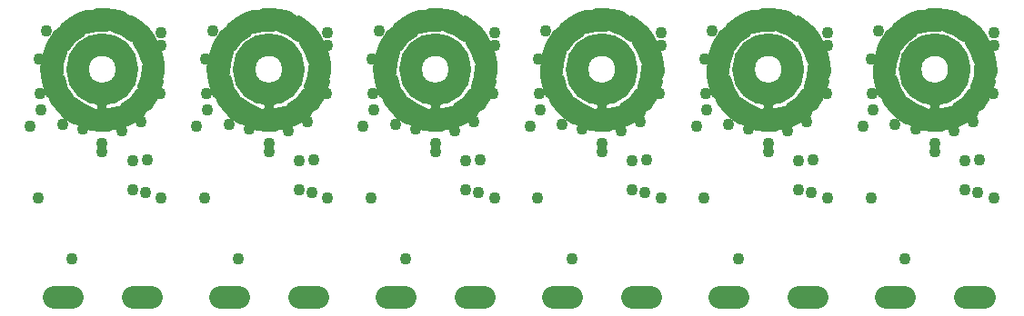
<source format=gbr>
%FSLAX34Y34*%
%MOMM*%
%LNSOLDERMASK_TOP*%
G71*
G01*
%ADD10C, 1.100*%
%ADD11C, 2.100*%
%ADD12C, 0.750*%
%ADD13R, 1.300X1.300*%
%LPD*%
X84000Y-116000D02*
G54D10*
D03*
X139000Y-50000D02*
G54D10*
D03*
X139000Y-62000D02*
G54D10*
D03*
X138000Y-107000D02*
G54D10*
D03*
X102000Y-141000D02*
G54D10*
D03*
X66000Y-140000D02*
G54D10*
D03*
X26000Y-107000D02*
G54D10*
D03*
X25000Y-74000D02*
G54D10*
D03*
X32000Y-48000D02*
G54D10*
D03*
G54D11*
X112500Y-296500D02*
X129500Y-296500D01*
G54D11*
X38500Y-296500D02*
X55500Y-296500D01*
X126000Y-168000D02*
G54D10*
D03*
X139000Y-204000D02*
G54D10*
D03*
X112000Y-196000D02*
G54D10*
D03*
X112000Y-169000D02*
G54D10*
D03*
X120000Y-133000D02*
G54D10*
D03*
X124000Y-199000D02*
G54D10*
D03*
X24500Y-204000D02*
G54D10*
D03*
X47000Y-135000D02*
G54D10*
D03*
X17000Y-137000D02*
G54D10*
D03*
X56000Y-261000D02*
G54D10*
D03*
X27000Y-122000D02*
G54D10*
D03*
X84000Y-153000D02*
G54D10*
D03*
X84000Y-161000D02*
G54D10*
D03*
G36*
X79958Y-123583D02*
X93964Y-136207D01*
X99059Y-136001D01*
X106599Y-133146D01*
X113418Y-129295D01*
X120292Y-123996D01*
X98350Y-121424D01*
X90205Y-123610D01*
X79958Y-123583D01*
G37*
G54D12*
X79958Y-123583D02*
X93964Y-136207D01*
X99059Y-136001D01*
X106599Y-133146D01*
X113418Y-129295D01*
X120292Y-123996D01*
X98350Y-121424D01*
X90205Y-123610D01*
X79958Y-123583D01*
G36*
X57453Y-113644D02*
X61364Y-132089D01*
X65607Y-134918D01*
X73385Y-137039D01*
X81165Y-137932D01*
X89841Y-137686D01*
X73602Y-122707D01*
X65728Y-119688D01*
X57453Y-113644D01*
G37*
G54D12*
X57453Y-113644D02*
X61364Y-132089D01*
X65607Y-134918D01*
X73385Y-137039D01*
X81165Y-137932D01*
X89841Y-137686D01*
X73602Y-122707D01*
X65728Y-119688D01*
X57453Y-113644D01*
G36*
X45125Y-92236D02*
X37448Y-109457D01*
X39217Y-114239D01*
X44263Y-120527D01*
X50033Y-125823D01*
X57196Y-130724D01*
X52863Y-109061D01*
X48266Y-101990D01*
X45125Y-92236D01*
G37*
G54D12*
X45125Y-92236D02*
X37448Y-109457D01*
X39217Y-114239D01*
X44263Y-120527D01*
X50033Y-125823D01*
X57196Y-130724D01*
X52863Y-109061D01*
X48266Y-101990D01*
X45125Y-92236D01*
G36*
X47406Y-68038D02*
X31072Y-77457D01*
X29693Y-82366D01*
X30079Y-90419D01*
X31634Y-98095D01*
X34549Y-106270D01*
X43776Y-86197D01*
X44214Y-77775D01*
X47406Y-68038D01*
G37*
G54D12*
X47406Y-68038D02*
X31072Y-77457D01*
X29693Y-82366D01*
X30079Y-90419D01*
X31634Y-98095D01*
X34549Y-106270D01*
X43776Y-86197D01*
X44214Y-77775D01*
X47406Y-68038D01*
G36*
X64130Y-49616D02*
X45379Y-47636D01*
X41378Y-50796D01*
X36956Y-57538D01*
X33703Y-64662D01*
X31256Y-72989D01*
X50520Y-62174D01*
X55824Y-55617D01*
X64130Y-49616D01*
G37*
G54D12*
X64130Y-49616D02*
X45379Y-47636D01*
X41378Y-50796D01*
X36956Y-57538D01*
X33703Y-64662D01*
X31256Y-72989D01*
X50520Y-62174D01*
X55824Y-55617D01*
X64130Y-49616D01*
G36*
X88057Y-44430D02*
X74051Y-31806D01*
X68956Y-32012D01*
X61416Y-34867D01*
X54597Y-38718D01*
X47723Y-44016D01*
X69664Y-46589D01*
X77810Y-44403D01*
X88057Y-44430D01*
G37*
G54D12*
X88057Y-44430D02*
X74051Y-31806D01*
X68956Y-32012D01*
X61416Y-34867D01*
X54597Y-38718D01*
X47723Y-44016D01*
X69664Y-46589D01*
X77810Y-44403D01*
X88057Y-44430D01*
G36*
X110572Y-54474D02*
X106662Y-36029D01*
X102419Y-33201D01*
X94641Y-31079D01*
X86860Y-30187D01*
X78185Y-30432D01*
X94424Y-45411D01*
X102298Y-48430D01*
X110572Y-54474D01*
G37*
G54D12*
X110572Y-54474D02*
X106662Y-36029D01*
X102419Y-33201D01*
X94641Y-31079D01*
X86860Y-30187D01*
X78185Y-30432D01*
X94424Y-45411D01*
X102298Y-48430D01*
X110572Y-54474D01*
G36*
X123093Y-75266D02*
X130830Y-58172D01*
X129094Y-53671D01*
X124048Y-47383D01*
X118279Y-42088D01*
X111116Y-37187D01*
X115449Y-58850D01*
X120045Y-65921D01*
X123093Y-75266D01*
G37*
G54D12*
X123093Y-75266D02*
X130830Y-58172D01*
X129094Y-53671D01*
X124048Y-47383D01*
X118279Y-42088D01*
X111116Y-37187D01*
X115449Y-58850D01*
X120045Y-65921D01*
X123093Y-75266D01*
G36*
X120373Y-100042D02*
X136706Y-90622D01*
X138085Y-85713D01*
X137699Y-77660D01*
X136144Y-69985D01*
X133229Y-61810D01*
X124002Y-81882D01*
X123564Y-90304D01*
X120373Y-100042D01*
G37*
G54D12*
X120373Y-100042D02*
X136706Y-90622D01*
X138085Y-85713D01*
X137699Y-77660D01*
X136144Y-69985D01*
X133229Y-61810D01*
X124002Y-81882D01*
X123564Y-90304D01*
X120373Y-100042D01*
G36*
X103885Y-118398D02*
X122636Y-120377D01*
X126637Y-117217D01*
X131058Y-110475D01*
X134312Y-103351D01*
X136759Y-95024D01*
X117495Y-105840D01*
X112191Y-112396D01*
X103885Y-118398D01*
G37*
G54D12*
X103885Y-118398D02*
X122636Y-120377D01*
X126637Y-117217D01*
X131058Y-110475D01*
X134312Y-103351D01*
X136759Y-95024D01*
X117495Y-105840D01*
X112191Y-112396D01*
X103885Y-118398D01*
X122000Y-111000D02*
G54D13*
D03*
X131000Y-82000D02*
G54D13*
D03*
X122000Y-56000D02*
G54D13*
D03*
X98000Y-39000D02*
G54D13*
D03*
X69000Y-39000D02*
G54D13*
D03*
X46000Y-57000D02*
G54D13*
D03*
X37000Y-84000D02*
G54D13*
D03*
X47000Y-111000D02*
G54D13*
D03*
X70000Y-128000D02*
G54D13*
D03*
X99000Y-128000D02*
G54D13*
D03*
G54D11*
G75*
G01X107000Y-84000D02*
G03X107000Y-84000I-23000J0D01*
G01*
X239000Y-116000D02*
G54D10*
D03*
X294000Y-50000D02*
G54D10*
D03*
X294000Y-62000D02*
G54D10*
D03*
X293000Y-107000D02*
G54D10*
D03*
X257000Y-141000D02*
G54D10*
D03*
X221000Y-140000D02*
G54D10*
D03*
X181000Y-107000D02*
G54D10*
D03*
X180000Y-74000D02*
G54D10*
D03*
X187000Y-48000D02*
G54D10*
D03*
G54D11*
X267500Y-296500D02*
X284500Y-296500D01*
G54D11*
X193500Y-296500D02*
X210500Y-296500D01*
X281000Y-168000D02*
G54D10*
D03*
X294000Y-204000D02*
G54D10*
D03*
X267000Y-196000D02*
G54D10*
D03*
X267000Y-169000D02*
G54D10*
D03*
X275000Y-133000D02*
G54D10*
D03*
X279000Y-199000D02*
G54D10*
D03*
X179500Y-204000D02*
G54D10*
D03*
X202000Y-135000D02*
G54D10*
D03*
X172000Y-137000D02*
G54D10*
D03*
X211000Y-261000D02*
G54D10*
D03*
X182000Y-122000D02*
G54D10*
D03*
X239000Y-153000D02*
G54D10*
D03*
X239000Y-161000D02*
G54D10*
D03*
G36*
X234958Y-123583D02*
X248964Y-136207D01*
X254059Y-136001D01*
X261599Y-133146D01*
X268418Y-129295D01*
X275292Y-123996D01*
X253350Y-121424D01*
X245205Y-123610D01*
X234958Y-123583D01*
G37*
G54D12*
X234958Y-123583D02*
X248964Y-136207D01*
X254059Y-136001D01*
X261599Y-133146D01*
X268418Y-129295D01*
X275292Y-123996D01*
X253350Y-121424D01*
X245205Y-123610D01*
X234958Y-123583D01*
G36*
X212453Y-113644D02*
X216364Y-132089D01*
X220607Y-134918D01*
X228385Y-137039D01*
X236165Y-137932D01*
X244841Y-137686D01*
X228602Y-122707D01*
X220728Y-119688D01*
X212453Y-113644D01*
G37*
G54D12*
X212453Y-113644D02*
X216364Y-132089D01*
X220607Y-134918D01*
X228385Y-137039D01*
X236165Y-137932D01*
X244841Y-137686D01*
X228602Y-122707D01*
X220728Y-119688D01*
X212453Y-113644D01*
G36*
X200125Y-92236D02*
X192448Y-109457D01*
X194217Y-114239D01*
X199263Y-120527D01*
X205033Y-125823D01*
X212196Y-130724D01*
X207863Y-109061D01*
X203266Y-101990D01*
X200125Y-92236D01*
G37*
G54D12*
X200125Y-92236D02*
X192448Y-109457D01*
X194217Y-114239D01*
X199263Y-120527D01*
X205033Y-125823D01*
X212196Y-130724D01*
X207863Y-109061D01*
X203266Y-101990D01*
X200125Y-92236D01*
G36*
X202406Y-68038D02*
X186072Y-77457D01*
X184693Y-82366D01*
X185079Y-90419D01*
X186634Y-98095D01*
X189549Y-106270D01*
X198776Y-86197D01*
X199214Y-77775D01*
X202406Y-68038D01*
G37*
G54D12*
X202406Y-68038D02*
X186072Y-77457D01*
X184693Y-82366D01*
X185079Y-90419D01*
X186634Y-98095D01*
X189549Y-106270D01*
X198776Y-86197D01*
X199214Y-77775D01*
X202406Y-68038D01*
G36*
X219130Y-49616D02*
X200379Y-47636D01*
X196378Y-50796D01*
X191956Y-57538D01*
X188703Y-64662D01*
X186256Y-72989D01*
X205520Y-62174D01*
X210824Y-55617D01*
X219130Y-49616D01*
G37*
G54D12*
X219130Y-49616D02*
X200379Y-47636D01*
X196378Y-50796D01*
X191956Y-57538D01*
X188703Y-64662D01*
X186256Y-72989D01*
X205520Y-62174D01*
X210824Y-55617D01*
X219130Y-49616D01*
G36*
X243057Y-44430D02*
X229051Y-31806D01*
X223956Y-32012D01*
X216416Y-34867D01*
X209597Y-38718D01*
X202723Y-44016D01*
X224664Y-46589D01*
X232810Y-44403D01*
X243057Y-44430D01*
G37*
G54D12*
X243057Y-44430D02*
X229051Y-31806D01*
X223956Y-32012D01*
X216416Y-34867D01*
X209597Y-38718D01*
X202723Y-44016D01*
X224664Y-46589D01*
X232810Y-44403D01*
X243057Y-44430D01*
G36*
X265572Y-54474D02*
X261662Y-36029D01*
X257419Y-33201D01*
X249641Y-31079D01*
X241860Y-30187D01*
X233185Y-30433D01*
X249424Y-45411D01*
X257298Y-48430D01*
X265572Y-54474D01*
G37*
G54D12*
X265572Y-54474D02*
X261662Y-36029D01*
X257419Y-33201D01*
X249641Y-31079D01*
X241860Y-30187D01*
X233185Y-30433D01*
X249424Y-45411D01*
X257298Y-48430D01*
X265572Y-54474D01*
G36*
X278093Y-75266D02*
X285830Y-58172D01*
X284094Y-53671D01*
X279048Y-47383D01*
X273279Y-42088D01*
X266116Y-37187D01*
X270449Y-58850D01*
X275045Y-65921D01*
X278093Y-75266D01*
G37*
G54D12*
X278093Y-75266D02*
X285830Y-58172D01*
X284094Y-53671D01*
X279048Y-47383D01*
X273279Y-42088D01*
X266116Y-37187D01*
X270449Y-58850D01*
X275045Y-65921D01*
X278093Y-75266D01*
G36*
X275373Y-100042D02*
X291706Y-90622D01*
X293085Y-85713D01*
X292699Y-77660D01*
X291144Y-69985D01*
X288229Y-61810D01*
X279002Y-81882D01*
X278564Y-90304D01*
X275373Y-100042D01*
G37*
G54D12*
X275373Y-100042D02*
X291706Y-90622D01*
X293085Y-85713D01*
X292699Y-77660D01*
X291144Y-69985D01*
X288229Y-61810D01*
X279002Y-81882D01*
X278564Y-90304D01*
X275373Y-100042D01*
G36*
X258885Y-118398D02*
X277636Y-120377D01*
X281637Y-117217D01*
X286058Y-110475D01*
X289312Y-103351D01*
X291759Y-95024D01*
X272495Y-105840D01*
X267191Y-112396D01*
X258885Y-118398D01*
G37*
G54D12*
X258885Y-118398D02*
X277636Y-120377D01*
X281637Y-117217D01*
X286058Y-110475D01*
X289312Y-103351D01*
X291759Y-95024D01*
X272495Y-105840D01*
X267191Y-112396D01*
X258885Y-118398D01*
X277000Y-111000D02*
G54D13*
D03*
X286000Y-82000D02*
G54D13*
D03*
X277000Y-56000D02*
G54D13*
D03*
X253000Y-39000D02*
G54D13*
D03*
X224000Y-39000D02*
G54D13*
D03*
X201000Y-57000D02*
G54D13*
D03*
X192000Y-84000D02*
G54D13*
D03*
X202000Y-111000D02*
G54D13*
D03*
X225000Y-128000D02*
G54D13*
D03*
X254000Y-128000D02*
G54D13*
D03*
G54D11*
G75*
G01X262000Y-84000D02*
G03X262000Y-84000I-23000J0D01*
G01*
X394000Y-116000D02*
G54D10*
D03*
X449000Y-50000D02*
G54D10*
D03*
X449000Y-62000D02*
G54D10*
D03*
X448000Y-107000D02*
G54D10*
D03*
X412000Y-141000D02*
G54D10*
D03*
X376000Y-140000D02*
G54D10*
D03*
X336000Y-107000D02*
G54D10*
D03*
X335000Y-74000D02*
G54D10*
D03*
X342000Y-48000D02*
G54D10*
D03*
G54D11*
X422500Y-296500D02*
X439500Y-296500D01*
G54D11*
X348500Y-296500D02*
X365500Y-296500D01*
X436000Y-168000D02*
G54D10*
D03*
X449000Y-204000D02*
G54D10*
D03*
X422000Y-196000D02*
G54D10*
D03*
X422000Y-169000D02*
G54D10*
D03*
X430000Y-133000D02*
G54D10*
D03*
X434000Y-199000D02*
G54D10*
D03*
X334500Y-204000D02*
G54D10*
D03*
X357000Y-135000D02*
G54D10*
D03*
X327000Y-137000D02*
G54D10*
D03*
X366000Y-261000D02*
G54D10*
D03*
X337000Y-122000D02*
G54D10*
D03*
X394000Y-153000D02*
G54D10*
D03*
X394000Y-161000D02*
G54D10*
D03*
G36*
X389958Y-123583D02*
X403964Y-136207D01*
X409059Y-136001D01*
X416599Y-133146D01*
X423418Y-129295D01*
X430292Y-123996D01*
X408350Y-121424D01*
X400205Y-123610D01*
X389958Y-123583D01*
G37*
G54D12*
X389958Y-123583D02*
X403964Y-136207D01*
X409059Y-136001D01*
X416599Y-133146D01*
X423418Y-129295D01*
X430292Y-123996D01*
X408350Y-121424D01*
X400205Y-123610D01*
X389958Y-123583D01*
G36*
X367453Y-113644D02*
X371364Y-132089D01*
X375607Y-134918D01*
X383385Y-137039D01*
X391165Y-137932D01*
X399841Y-137686D01*
X383602Y-122707D01*
X375728Y-119688D01*
X367453Y-113644D01*
G37*
G54D12*
X367453Y-113644D02*
X371364Y-132089D01*
X375607Y-134918D01*
X383385Y-137039D01*
X391165Y-137932D01*
X399841Y-137686D01*
X383602Y-122707D01*
X375728Y-119688D01*
X367453Y-113644D01*
G36*
X355125Y-92236D02*
X347448Y-109457D01*
X349217Y-114239D01*
X354263Y-120527D01*
X360033Y-125823D01*
X367196Y-130724D01*
X362863Y-109061D01*
X358266Y-101990D01*
X355125Y-92236D01*
G37*
G54D12*
X355125Y-92236D02*
X347448Y-109457D01*
X349217Y-114239D01*
X354263Y-120527D01*
X360033Y-125823D01*
X367196Y-130724D01*
X362863Y-109061D01*
X358266Y-101990D01*
X355125Y-92236D01*
G36*
X357406Y-68038D02*
X341072Y-77457D01*
X339693Y-82366D01*
X340079Y-90419D01*
X341634Y-98095D01*
X344549Y-106270D01*
X353776Y-86197D01*
X354214Y-77775D01*
X357406Y-68038D01*
G37*
G54D12*
X357406Y-68038D02*
X341072Y-77457D01*
X339693Y-82366D01*
X340079Y-90419D01*
X341634Y-98095D01*
X344549Y-106270D01*
X353776Y-86197D01*
X354214Y-77775D01*
X357406Y-68038D01*
G36*
X374130Y-49616D02*
X355379Y-47636D01*
X351378Y-50796D01*
X346956Y-57538D01*
X343703Y-64662D01*
X341256Y-72989D01*
X360520Y-62174D01*
X365824Y-55617D01*
X374130Y-49616D01*
G37*
G54D12*
X374130Y-49616D02*
X355379Y-47636D01*
X351378Y-50796D01*
X346956Y-57538D01*
X343703Y-64662D01*
X341256Y-72989D01*
X360520Y-62174D01*
X365824Y-55617D01*
X374130Y-49616D01*
G36*
X398057Y-44430D02*
X384051Y-31806D01*
X378956Y-32012D01*
X371416Y-34867D01*
X364597Y-38718D01*
X357723Y-44016D01*
X379664Y-46589D01*
X387810Y-44403D01*
X398057Y-44430D01*
G37*
G54D12*
X398057Y-44430D02*
X384051Y-31806D01*
X378956Y-32012D01*
X371416Y-34867D01*
X364597Y-38718D01*
X357723Y-44016D01*
X379664Y-46589D01*
X387810Y-44403D01*
X398057Y-44430D01*
G36*
X420572Y-54474D02*
X416662Y-36029D01*
X412419Y-33201D01*
X404641Y-31079D01*
X396860Y-30187D01*
X388185Y-30433D01*
X404424Y-45411D01*
X412298Y-48430D01*
X420572Y-54474D01*
G37*
G54D12*
X420572Y-54474D02*
X416662Y-36029D01*
X412419Y-33201D01*
X404641Y-31079D01*
X396860Y-30187D01*
X388185Y-30433D01*
X404424Y-45411D01*
X412298Y-48430D01*
X420572Y-54474D01*
G36*
X433094Y-75266D02*
X440830Y-58172D01*
X439094Y-53671D01*
X434048Y-47383D01*
X428279Y-42088D01*
X421116Y-37187D01*
X425449Y-58850D01*
X430045Y-65921D01*
X433094Y-75266D01*
G37*
G54D12*
X433094Y-75266D02*
X440830Y-58172D01*
X439094Y-53671D01*
X434048Y-47383D01*
X428279Y-42088D01*
X421116Y-37187D01*
X425449Y-58850D01*
X430045Y-65921D01*
X433094Y-75266D01*
G36*
X430373Y-100042D02*
X446706Y-90622D01*
X448086Y-85713D01*
X447700Y-77660D01*
X446144Y-69985D01*
X443230Y-61810D01*
X434002Y-81882D01*
X433564Y-90304D01*
X430373Y-100042D01*
G37*
G54D12*
X430373Y-100042D02*
X446706Y-90622D01*
X448086Y-85713D01*
X447700Y-77660D01*
X446144Y-69985D01*
X443230Y-61810D01*
X434002Y-81882D01*
X433564Y-90304D01*
X430373Y-100042D01*
G36*
X413885Y-118398D02*
X432636Y-120377D01*
X436637Y-117217D01*
X441058Y-110475D01*
X444312Y-103351D01*
X446759Y-95024D01*
X427495Y-105840D01*
X422191Y-112396D01*
X413885Y-118398D01*
G37*
G54D12*
X413885Y-118398D02*
X432636Y-120377D01*
X436637Y-117217D01*
X441058Y-110475D01*
X444312Y-103351D01*
X446759Y-95024D01*
X427495Y-105840D01*
X422191Y-112396D01*
X413885Y-118398D01*
X432000Y-111000D02*
G54D13*
D03*
X441000Y-82000D02*
G54D13*
D03*
X432000Y-56000D02*
G54D13*
D03*
X408000Y-39000D02*
G54D13*
D03*
X379000Y-39000D02*
G54D13*
D03*
X356000Y-57000D02*
G54D13*
D03*
X347000Y-84000D02*
G54D13*
D03*
X357000Y-111000D02*
G54D13*
D03*
X380000Y-128000D02*
G54D13*
D03*
X409000Y-128000D02*
G54D13*
D03*
G54D11*
G75*
G01X417000Y-84000D02*
G03X417000Y-84000I-23000J0D01*
G01*
X549000Y-116000D02*
G54D10*
D03*
X604000Y-50000D02*
G54D10*
D03*
X604000Y-62000D02*
G54D10*
D03*
X603000Y-107000D02*
G54D10*
D03*
X567000Y-141000D02*
G54D10*
D03*
X531000Y-140000D02*
G54D10*
D03*
X491000Y-107000D02*
G54D10*
D03*
X490000Y-74000D02*
G54D10*
D03*
X497000Y-48000D02*
G54D10*
D03*
G54D11*
X577500Y-296500D02*
X594500Y-296500D01*
G54D11*
X503500Y-296500D02*
X520500Y-296500D01*
X591000Y-168000D02*
G54D10*
D03*
X604000Y-204000D02*
G54D10*
D03*
X577000Y-196000D02*
G54D10*
D03*
X577000Y-169000D02*
G54D10*
D03*
X585000Y-133000D02*
G54D10*
D03*
X589000Y-199000D02*
G54D10*
D03*
X489500Y-204000D02*
G54D10*
D03*
X512000Y-135000D02*
G54D10*
D03*
X482000Y-137000D02*
G54D10*
D03*
X521000Y-261000D02*
G54D10*
D03*
X492000Y-122000D02*
G54D10*
D03*
X549000Y-153000D02*
G54D10*
D03*
X549000Y-161000D02*
G54D10*
D03*
G36*
X544958Y-123583D02*
X558964Y-136207D01*
X564059Y-136001D01*
X571599Y-133146D01*
X578418Y-129295D01*
X585292Y-123996D01*
X563350Y-121424D01*
X555205Y-123610D01*
X544958Y-123583D01*
G37*
G54D12*
X544958Y-123583D02*
X558964Y-136207D01*
X564059Y-136001D01*
X571599Y-133146D01*
X578418Y-129295D01*
X585292Y-123996D01*
X563350Y-121424D01*
X555205Y-123610D01*
X544958Y-123583D01*
G36*
X522453Y-113644D02*
X526364Y-132089D01*
X530607Y-134918D01*
X538385Y-137039D01*
X546165Y-137932D01*
X554841Y-137686D01*
X538602Y-122707D01*
X530728Y-119688D01*
X522453Y-113644D01*
G37*
G54D12*
X522453Y-113644D02*
X526364Y-132089D01*
X530607Y-134918D01*
X538385Y-137039D01*
X546165Y-137932D01*
X554841Y-137686D01*
X538602Y-122707D01*
X530728Y-119688D01*
X522453Y-113644D01*
G36*
X510125Y-92236D02*
X502448Y-109457D01*
X504217Y-114239D01*
X509263Y-120527D01*
X515033Y-125823D01*
X522196Y-130724D01*
X517863Y-109061D01*
X513266Y-101990D01*
X510125Y-92236D01*
G37*
G54D12*
X510125Y-92236D02*
X502448Y-109457D01*
X504217Y-114239D01*
X509263Y-120527D01*
X515033Y-125823D01*
X522196Y-130724D01*
X517863Y-109061D01*
X513266Y-101990D01*
X510125Y-92236D01*
G36*
X512406Y-68038D02*
X496072Y-77457D01*
X494693Y-82366D01*
X495079Y-90419D01*
X496634Y-98095D01*
X499549Y-106270D01*
X508776Y-86197D01*
X509214Y-77775D01*
X512406Y-68038D01*
G37*
G54D12*
X512406Y-68038D02*
X496072Y-77457D01*
X494693Y-82366D01*
X495079Y-90419D01*
X496634Y-98095D01*
X499549Y-106270D01*
X508776Y-86197D01*
X509214Y-77775D01*
X512406Y-68038D01*
G36*
X529130Y-49616D02*
X510379Y-47636D01*
X506378Y-50796D01*
X501956Y-57538D01*
X498703Y-64662D01*
X496256Y-72989D01*
X515520Y-62174D01*
X520824Y-55617D01*
X529130Y-49616D01*
G37*
G54D12*
X529130Y-49616D02*
X510379Y-47636D01*
X506378Y-50796D01*
X501956Y-57538D01*
X498703Y-64662D01*
X496256Y-72989D01*
X515520Y-62174D01*
X520824Y-55617D01*
X529130Y-49616D01*
G36*
X553057Y-44430D02*
X539051Y-31806D01*
X533956Y-32012D01*
X526416Y-34867D01*
X519597Y-38718D01*
X512723Y-44016D01*
X534664Y-46589D01*
X542810Y-44403D01*
X553057Y-44430D01*
G37*
G54D12*
X553057Y-44430D02*
X539051Y-31806D01*
X533956Y-32012D01*
X526416Y-34867D01*
X519597Y-38718D01*
X512723Y-44016D01*
X534664Y-46589D01*
X542810Y-44403D01*
X553057Y-44430D01*
G36*
X575573Y-54474D02*
X571662Y-36029D01*
X567419Y-33201D01*
X559641Y-31079D01*
X551860Y-30187D01*
X543185Y-30433D01*
X559424Y-45411D01*
X567298Y-48430D01*
X575573Y-54474D01*
G37*
G54D12*
X575573Y-54474D02*
X571662Y-36029D01*
X567419Y-33201D01*
X559641Y-31079D01*
X551860Y-30187D01*
X543185Y-30433D01*
X559424Y-45411D01*
X567298Y-48430D01*
X575573Y-54474D01*
G36*
X588093Y-75266D02*
X595830Y-58172D01*
X594094Y-53671D01*
X589049Y-47383D01*
X583279Y-42088D01*
X576116Y-37187D01*
X580449Y-58850D01*
X585045Y-65921D01*
X588093Y-75266D01*
G37*
G54D12*
X588093Y-75266D02*
X595830Y-58172D01*
X594094Y-53671D01*
X589049Y-47383D01*
X583279Y-42088D01*
X576116Y-37187D01*
X580449Y-58850D01*
X585045Y-65921D01*
X588093Y-75266D01*
G36*
X585373Y-100042D02*
X601706Y-90622D01*
X603085Y-85713D01*
X602699Y-77660D01*
X601144Y-69985D01*
X598229Y-61810D01*
X589002Y-81882D01*
X588565Y-90304D01*
X585373Y-100042D01*
G37*
G54D12*
X585373Y-100042D02*
X601706Y-90622D01*
X603085Y-85713D01*
X602699Y-77660D01*
X601144Y-69985D01*
X598229Y-61810D01*
X589002Y-81882D01*
X588565Y-90304D01*
X585373Y-100042D01*
G36*
X568885Y-118398D02*
X587636Y-120377D01*
X591637Y-117217D01*
X596058Y-110475D01*
X599312Y-103351D01*
X601759Y-95024D01*
X582495Y-105840D01*
X577191Y-112396D01*
X568885Y-118398D01*
G37*
G54D12*
X568885Y-118398D02*
X587636Y-120377D01*
X591637Y-117217D01*
X596058Y-110475D01*
X599312Y-103351D01*
X601759Y-95024D01*
X582495Y-105840D01*
X577191Y-112396D01*
X568885Y-118398D01*
X587000Y-111000D02*
G54D13*
D03*
X596000Y-82000D02*
G54D13*
D03*
X587000Y-56000D02*
G54D13*
D03*
X563000Y-39000D02*
G54D13*
D03*
X534000Y-39000D02*
G54D13*
D03*
X511000Y-57000D02*
G54D13*
D03*
X502000Y-84000D02*
G54D13*
D03*
X512000Y-111000D02*
G54D13*
D03*
X535000Y-128000D02*
G54D13*
D03*
X564000Y-128000D02*
G54D13*
D03*
G54D11*
G75*
G01X572000Y-84000D02*
G03X572000Y-84000I-23000J0D01*
G01*
X704000Y-116000D02*
G54D10*
D03*
X759000Y-50000D02*
G54D10*
D03*
X759000Y-62000D02*
G54D10*
D03*
X758000Y-107000D02*
G54D10*
D03*
X722000Y-141000D02*
G54D10*
D03*
X686000Y-140000D02*
G54D10*
D03*
X646000Y-107000D02*
G54D10*
D03*
X645000Y-74000D02*
G54D10*
D03*
X652000Y-48000D02*
G54D10*
D03*
G54D11*
X732500Y-296500D02*
X749500Y-296500D01*
G54D11*
X658500Y-296500D02*
X675500Y-296500D01*
X746000Y-168000D02*
G54D10*
D03*
X759000Y-204000D02*
G54D10*
D03*
X732000Y-196000D02*
G54D10*
D03*
X732000Y-169000D02*
G54D10*
D03*
X740000Y-133000D02*
G54D10*
D03*
X744000Y-199000D02*
G54D10*
D03*
X644500Y-204000D02*
G54D10*
D03*
X667000Y-135000D02*
G54D10*
D03*
X637000Y-137000D02*
G54D10*
D03*
X676000Y-261000D02*
G54D10*
D03*
X647000Y-122000D02*
G54D10*
D03*
X704000Y-153000D02*
G54D10*
D03*
X704000Y-161000D02*
G54D10*
D03*
G36*
X699958Y-123583D02*
X713964Y-136207D01*
X719059Y-136001D01*
X726599Y-133146D01*
X733418Y-129295D01*
X740292Y-123996D01*
X718350Y-121424D01*
X710205Y-123610D01*
X699958Y-123583D01*
G37*
G54D12*
X699958Y-123583D02*
X713964Y-136207D01*
X719059Y-136001D01*
X726599Y-133146D01*
X733418Y-129295D01*
X740292Y-123996D01*
X718350Y-121424D01*
X710205Y-123610D01*
X699958Y-123583D01*
G36*
X677453Y-113644D02*
X681364Y-132089D01*
X685607Y-134918D01*
X693385Y-137039D01*
X701165Y-137932D01*
X709841Y-137686D01*
X693602Y-122707D01*
X685728Y-119688D01*
X677453Y-113644D01*
G37*
G54D12*
X677453Y-113644D02*
X681364Y-132089D01*
X685607Y-134918D01*
X693385Y-137039D01*
X701165Y-137932D01*
X709841Y-137686D01*
X693602Y-122707D01*
X685728Y-119688D01*
X677453Y-113644D01*
G36*
X665125Y-92236D02*
X657448Y-109457D01*
X659217Y-114239D01*
X664263Y-120527D01*
X670033Y-125823D01*
X677196Y-130724D01*
X672863Y-109061D01*
X668266Y-101990D01*
X665125Y-92236D01*
G37*
G54D12*
X665125Y-92236D02*
X657448Y-109457D01*
X659217Y-114239D01*
X664263Y-120527D01*
X670033Y-125823D01*
X677196Y-130724D01*
X672863Y-109061D01*
X668266Y-101990D01*
X665125Y-92236D01*
G36*
X667406Y-68038D02*
X651072Y-77457D01*
X649693Y-82366D01*
X650079Y-90419D01*
X651634Y-98095D01*
X654549Y-106270D01*
X663776Y-86197D01*
X664214Y-77775D01*
X667406Y-68038D01*
G37*
G54D12*
X667406Y-68038D02*
X651072Y-77457D01*
X649693Y-82366D01*
X650079Y-90419D01*
X651634Y-98095D01*
X654549Y-106270D01*
X663776Y-86197D01*
X664214Y-77775D01*
X667406Y-68038D01*
G36*
X684130Y-49616D02*
X665379Y-47636D01*
X661378Y-50796D01*
X656956Y-57538D01*
X653703Y-64662D01*
X651256Y-72989D01*
X670520Y-62174D01*
X675824Y-55617D01*
X684130Y-49616D01*
G37*
G54D12*
X684130Y-49616D02*
X665379Y-47636D01*
X661378Y-50796D01*
X656956Y-57538D01*
X653703Y-64662D01*
X651256Y-72989D01*
X670520Y-62174D01*
X675824Y-55617D01*
X684130Y-49616D01*
G36*
X708057Y-44430D02*
X694051Y-31806D01*
X688956Y-32012D01*
X681416Y-34867D01*
X674597Y-38718D01*
X667723Y-44016D01*
X689664Y-46589D01*
X697810Y-44403D01*
X708057Y-44430D01*
G37*
G54D12*
X708057Y-44430D02*
X694051Y-31806D01*
X688956Y-32012D01*
X681416Y-34867D01*
X674597Y-38718D01*
X667723Y-44016D01*
X689664Y-46589D01*
X697810Y-44403D01*
X708057Y-44430D01*
G36*
X730573Y-54474D02*
X726662Y-36029D01*
X722419Y-33201D01*
X714641Y-31079D01*
X706860Y-30187D01*
X698185Y-30432D01*
X714424Y-45411D01*
X722298Y-48430D01*
X730573Y-54474D01*
G37*
G54D12*
X730573Y-54474D02*
X726662Y-36029D01*
X722419Y-33201D01*
X714641Y-31079D01*
X706860Y-30187D01*
X698185Y-30432D01*
X714424Y-45411D01*
X722298Y-48430D01*
X730573Y-54474D01*
G36*
X743093Y-75266D02*
X750830Y-58172D01*
X749094Y-53671D01*
X744049Y-47383D01*
X738279Y-42088D01*
X731116Y-37187D01*
X735449Y-58850D01*
X740045Y-65921D01*
X743093Y-75266D01*
G37*
G54D12*
X743093Y-75266D02*
X750830Y-58172D01*
X749094Y-53671D01*
X744049Y-47383D01*
X738279Y-42088D01*
X731116Y-37187D01*
X735449Y-58850D01*
X740045Y-65921D01*
X743093Y-75266D01*
G36*
X740373Y-100042D02*
X756706Y-90622D01*
X758085Y-85713D01*
X757699Y-77660D01*
X756144Y-69985D01*
X753229Y-61810D01*
X744002Y-81882D01*
X743565Y-90304D01*
X740373Y-100042D01*
G37*
G54D12*
X740373Y-100042D02*
X756706Y-90622D01*
X758085Y-85713D01*
X757699Y-77660D01*
X756144Y-69985D01*
X753229Y-61810D01*
X744002Y-81882D01*
X743565Y-90304D01*
X740373Y-100042D01*
G36*
X723885Y-118398D02*
X742636Y-120377D01*
X746637Y-117217D01*
X751058Y-110475D01*
X754312Y-103351D01*
X756759Y-95024D01*
X737495Y-105840D01*
X732191Y-112396D01*
X723885Y-118398D01*
G37*
G54D12*
X723885Y-118398D02*
X742636Y-120377D01*
X746637Y-117217D01*
X751058Y-110475D01*
X754312Y-103351D01*
X756759Y-95024D01*
X737495Y-105840D01*
X732191Y-112396D01*
X723885Y-118398D01*
X742000Y-111000D02*
G54D13*
D03*
X751000Y-82000D02*
G54D13*
D03*
X742000Y-56000D02*
G54D13*
D03*
X718000Y-39000D02*
G54D13*
D03*
X689000Y-39000D02*
G54D13*
D03*
X666000Y-57000D02*
G54D13*
D03*
X657000Y-84000D02*
G54D13*
D03*
X667000Y-111000D02*
G54D13*
D03*
X690000Y-128000D02*
G54D13*
D03*
X719000Y-128000D02*
G54D13*
D03*
G54D11*
G75*
G01X727000Y-84000D02*
G03X727000Y-84000I-23000J0D01*
G01*
X859000Y-116000D02*
G54D10*
D03*
X914000Y-50000D02*
G54D10*
D03*
X914000Y-62000D02*
G54D10*
D03*
X913000Y-107000D02*
G54D10*
D03*
X877000Y-141000D02*
G54D10*
D03*
X841000Y-140000D02*
G54D10*
D03*
X801000Y-107000D02*
G54D10*
D03*
X800000Y-74000D02*
G54D10*
D03*
X807000Y-48000D02*
G54D10*
D03*
G54D11*
X887500Y-296500D02*
X904500Y-296500D01*
G54D11*
X813500Y-296500D02*
X830500Y-296500D01*
X901000Y-168000D02*
G54D10*
D03*
X914000Y-204000D02*
G54D10*
D03*
X887000Y-196000D02*
G54D10*
D03*
X887000Y-169000D02*
G54D10*
D03*
X895000Y-133000D02*
G54D10*
D03*
X899000Y-199000D02*
G54D10*
D03*
X799500Y-204000D02*
G54D10*
D03*
X822000Y-135000D02*
G54D10*
D03*
X792000Y-137000D02*
G54D10*
D03*
X831000Y-261000D02*
G54D10*
D03*
X802000Y-122000D02*
G54D10*
D03*
X859000Y-153000D02*
G54D10*
D03*
X859000Y-161000D02*
G54D10*
D03*
G36*
X854958Y-123583D02*
X868964Y-136207D01*
X874059Y-136001D01*
X881599Y-133146D01*
X888418Y-129295D01*
X895292Y-123996D01*
X873350Y-121424D01*
X865205Y-123610D01*
X854958Y-123583D01*
G37*
G54D12*
X854958Y-123583D02*
X868964Y-136207D01*
X874059Y-136001D01*
X881599Y-133146D01*
X888418Y-129295D01*
X895292Y-123996D01*
X873350Y-121424D01*
X865205Y-123610D01*
X854958Y-123583D01*
G36*
X832453Y-113644D02*
X836364Y-132089D01*
X840607Y-134918D01*
X848385Y-137039D01*
X856165Y-137932D01*
X864841Y-137686D01*
X848602Y-122707D01*
X840728Y-119688D01*
X832453Y-113644D01*
G37*
G54D12*
X832453Y-113644D02*
X836364Y-132089D01*
X840607Y-134918D01*
X848385Y-137039D01*
X856165Y-137932D01*
X864841Y-137686D01*
X848602Y-122707D01*
X840728Y-119688D01*
X832453Y-113644D01*
G36*
X820125Y-92236D02*
X812448Y-109457D01*
X814217Y-114239D01*
X819263Y-120527D01*
X825033Y-125823D01*
X832196Y-130724D01*
X827863Y-109061D01*
X823266Y-101990D01*
X820125Y-92236D01*
G37*
G54D12*
X820125Y-92236D02*
X812448Y-109457D01*
X814217Y-114239D01*
X819263Y-120527D01*
X825033Y-125823D01*
X832196Y-130724D01*
X827863Y-109061D01*
X823266Y-101990D01*
X820125Y-92236D01*
G36*
X822406Y-68038D02*
X806072Y-77457D01*
X804693Y-82366D01*
X805079Y-90419D01*
X806634Y-98095D01*
X809549Y-106270D01*
X818776Y-86197D01*
X819214Y-77775D01*
X822406Y-68038D01*
G37*
G54D12*
X822406Y-68038D02*
X806072Y-77457D01*
X804693Y-82366D01*
X805079Y-90419D01*
X806634Y-98095D01*
X809549Y-106270D01*
X818776Y-86197D01*
X819214Y-77775D01*
X822406Y-68038D01*
G36*
X839130Y-49616D02*
X820379Y-47636D01*
X816378Y-50796D01*
X811956Y-57538D01*
X808703Y-64662D01*
X806256Y-72989D01*
X825520Y-62174D01*
X830824Y-55617D01*
X839130Y-49616D01*
G37*
G54D12*
X839130Y-49616D02*
X820379Y-47636D01*
X816378Y-50796D01*
X811956Y-57538D01*
X808703Y-64662D01*
X806256Y-72989D01*
X825520Y-62174D01*
X830824Y-55617D01*
X839130Y-49616D01*
G36*
X863057Y-44430D02*
X849051Y-31806D01*
X843956Y-32012D01*
X836416Y-34867D01*
X829597Y-38718D01*
X822723Y-44016D01*
X844664Y-46589D01*
X852810Y-44403D01*
X863057Y-44430D01*
G37*
G54D12*
X863057Y-44430D02*
X849051Y-31806D01*
X843956Y-32012D01*
X836416Y-34867D01*
X829597Y-38718D01*
X822723Y-44016D01*
X844664Y-46589D01*
X852810Y-44403D01*
X863057Y-44430D01*
G36*
X885573Y-54474D02*
X881662Y-36029D01*
X877419Y-33201D01*
X869641Y-31079D01*
X861860Y-30187D01*
X853185Y-30432D01*
X869424Y-45411D01*
X877298Y-48430D01*
X885573Y-54474D01*
G37*
G54D12*
X885573Y-54474D02*
X881662Y-36029D01*
X877419Y-33201D01*
X869641Y-31079D01*
X861860Y-30187D01*
X853185Y-30432D01*
X869424Y-45411D01*
X877298Y-48430D01*
X885573Y-54474D01*
G36*
X898093Y-75266D02*
X905830Y-58172D01*
X904094Y-53671D01*
X899049Y-47383D01*
X893279Y-42088D01*
X886116Y-37187D01*
X890449Y-58850D01*
X895045Y-65921D01*
X898093Y-75266D01*
G37*
G54D12*
X898093Y-75266D02*
X905830Y-58172D01*
X904094Y-53671D01*
X899049Y-47383D01*
X893279Y-42088D01*
X886116Y-37187D01*
X890449Y-58850D01*
X895045Y-65921D01*
X898093Y-75266D01*
G36*
X895373Y-100042D02*
X911706Y-90622D01*
X913085Y-85713D01*
X912699Y-77660D01*
X911144Y-69985D01*
X908229Y-61810D01*
X899002Y-81882D01*
X898565Y-90304D01*
X895373Y-100042D01*
G37*
G54D12*
X895373Y-100042D02*
X911706Y-90622D01*
X913085Y-85713D01*
X912699Y-77660D01*
X911144Y-69985D01*
X908229Y-61810D01*
X899002Y-81882D01*
X898565Y-90304D01*
X895373Y-100042D01*
G36*
X878885Y-118398D02*
X897636Y-120377D01*
X901637Y-117217D01*
X906058Y-110475D01*
X909312Y-103351D01*
X911759Y-95024D01*
X892495Y-105840D01*
X887191Y-112396D01*
X878885Y-118398D01*
G37*
G54D12*
X878885Y-118398D02*
X897636Y-120377D01*
X901637Y-117217D01*
X906058Y-110475D01*
X909312Y-103351D01*
X911759Y-95024D01*
X892495Y-105840D01*
X887191Y-112396D01*
X878885Y-118398D01*
X897000Y-111000D02*
G54D13*
D03*
X906000Y-82000D02*
G54D13*
D03*
X897000Y-56000D02*
G54D13*
D03*
X873000Y-39000D02*
G54D13*
D03*
X844000Y-39000D02*
G54D13*
D03*
X821000Y-57000D02*
G54D13*
D03*
X812000Y-84000D02*
G54D13*
D03*
X822000Y-111000D02*
G54D13*
D03*
X845000Y-128000D02*
G54D13*
D03*
X874000Y-128000D02*
G54D13*
D03*
G54D11*
G75*
G01X882000Y-84000D02*
G03X882000Y-84000I-23000J0D01*
G01*
M02*

</source>
